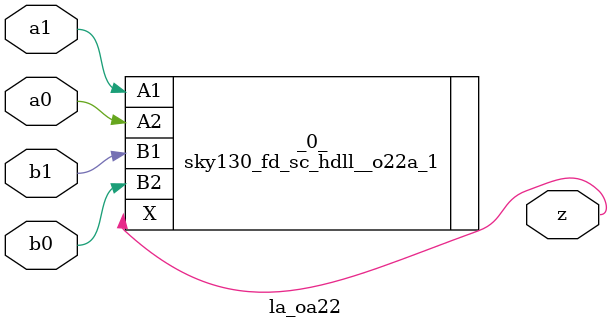
<source format=v>

/* Generated by Yosys 0.44 (git sha1 80ba43d26, g++ 11.4.0-1ubuntu1~22.04 -fPIC -O3) */

(* top =  1  *)
(* src = "generated" *)
module la_oa22 (
    a0,
    a1,
    b0,
    b1,
    z
);
  (* src = "generated" *)
  input a0;
  wire a0;
  (* src = "generated" *)
  input a1;
  wire a1;
  (* src = "generated" *)
  input b0;
  wire b0;
  (* src = "generated" *)
  input b1;
  wire b1;
  (* src = "generated" *)
  output z;
  wire z;
  sky130_fd_sc_hdll__o22a_1 _0_ (
      .A1(a1),
      .A2(a0),
      .B1(b1),
      .B2(b0),
      .X (z)
  );
endmodule

</source>
